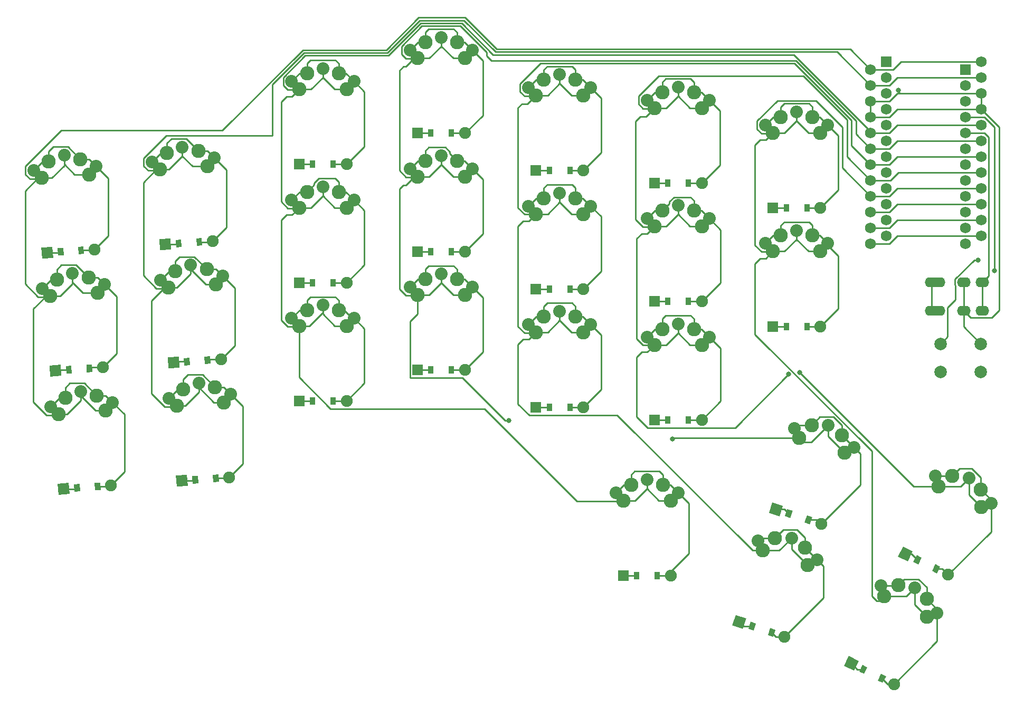
<source format=gbr>
%TF.GenerationSoftware,KiCad,Pcbnew,5.1.12-1.fc35*%
%TF.CreationDate,2022-03-13T18:33:39-07:00*%
%TF.ProjectId,jackalope_split,6a61636b-616c-46f7-9065-5f73706c6974,v1.0.0*%
%TF.SameCoordinates,Original*%
%TF.FileFunction,Copper,L1,Top*%
%TF.FilePolarity,Positive*%
%FSLAX46Y46*%
G04 Gerber Fmt 4.6, Leading zero omitted, Abs format (unit mm)*
G04 Created by KiCad (PCBNEW 5.1.12-1.fc35) date 2022-03-13 18:33:39*
%MOMM*%
%LPD*%
G01*
G04 APERTURE LIST*
%TA.AperFunction,ComponentPad*%
%ADD10C,2.000000*%
%TD*%
%TA.AperFunction,ComponentPad*%
%ADD11C,2.286000*%
%TD*%
%TA.AperFunction,ComponentPad*%
%ADD12C,2.032000*%
%TD*%
%TA.AperFunction,SMDPad,CuDef*%
%ADD13C,0.100000*%
%TD*%
%TA.AperFunction,ComponentPad*%
%ADD14C,1.905000*%
%TD*%
%TA.AperFunction,ComponentPad*%
%ADD15C,0.100000*%
%TD*%
%TA.AperFunction,SMDPad,CuDef*%
%ADD16R,0.900000X1.200000*%
%TD*%
%TA.AperFunction,ComponentPad*%
%ADD17R,1.778000X1.778000*%
%TD*%
%TA.AperFunction,ComponentPad*%
%ADD18R,1.752600X1.752600*%
%TD*%
%TA.AperFunction,ComponentPad*%
%ADD19C,1.752600*%
%TD*%
%TA.AperFunction,ComponentPad*%
%ADD20O,2.200000X1.600000*%
%TD*%
%TA.AperFunction,ViaPad*%
%ADD21C,0.800000*%
%TD*%
%TA.AperFunction,Conductor*%
%ADD22C,0.250000*%
%TD*%
G04 APERTURE END LIST*
D10*
%TO.P,RESET,1*%
%TO.N,GND*%
X144000000Y13500000D03*
%TO.P,RESET,2*%
%TO.N,N/C*%
X144000000Y9000000D03*
%TO.P,RESET,1*%
%TO.N,RST*%
X137500000Y13500000D03*
%TO.P,RESET,2*%
%TO.N,N/C*%
X137500000Y9000000D03*
%TD*%
D11*
%TO.P,S1,1*%
%TO.N,outer_bottom*%
X2179450Y5244807D03*
%TO.P,S1,2*%
%TO.N,P1*%
X-3977900Y2268041D03*
%TO.P,S1,1*%
%TO.N,outer_bottom*%
X-2888176Y4890444D03*
%TO.P,S1,2*%
%TO.N,P1*%
X3623538Y2799585D03*
%TD*%
D12*
%TO.P,S2,1*%
%TO.N,outer_bottom*%
X4722746Y4139526D03*
%TO.P,S2,2*%
%TO.N,P1*%
X-411563Y5885628D03*
%TO.P,S2,1*%
%TO.N,outer_bottom*%
X-5252895Y3441961D03*
%TO.P,S2,2*%
%TO.N,P1*%
X-411563Y5885628D03*
%TD*%
%TA.AperFunction,SMDPad,CuDef*%
D13*
%TO.P,D1,1*%
%TO.N,P9*%
G36*
X-1390344Y-10221886D02*
G01*
X-1474052Y-9024809D01*
X-576244Y-8962028D01*
X-492536Y-10159105D01*
X-1390344Y-10221886D01*
G37*
%TD.AperFunction*%
%TA.AperFunction,SMDPad,CuDef*%
%TO.P,D1,2*%
%TO.N,outer_bottom*%
G36*
X1901618Y-9991690D02*
G01*
X1817910Y-8794613D01*
X2715718Y-8731832D01*
X2799426Y-9928909D01*
X1901618Y-9991690D01*
G37*
%TD.AperFunction*%
D14*
%TO.P,D1,1*%
X4463406Y-9211087D03*
%TA.AperFunction,ComponentPad*%
D15*
%TO.P,D1,2*%
%TO.N,P9*%
G36*
X-3962853Y-10691479D02*
G01*
X-4086880Y-8917810D01*
X-2313211Y-8793783D01*
X-2189184Y-10567452D01*
X-3962853Y-10691479D01*
G37*
%TD.AperFunction*%
%TD*%
D11*
%TO.P,S3,1*%
%TO.N,outer_home*%
X854077Y24198524D03*
%TO.P,S3,2*%
%TO.N,P1*%
X-5303273Y21221758D03*
%TO.P,S3,1*%
%TO.N,outer_home*%
X-4213549Y23844161D03*
%TO.P,S3,2*%
%TO.N,P1*%
X2298165Y21753302D03*
%TD*%
D12*
%TO.P,S4,1*%
%TO.N,outer_home*%
X3397373Y23093243D03*
%TO.P,S4,2*%
%TO.N,P1*%
X-1736936Y24839345D03*
%TO.P,S4,1*%
%TO.N,outer_home*%
X-6578268Y22395678D03*
%TO.P,S4,2*%
%TO.N,P1*%
X-1736936Y24839345D03*
%TD*%
%TA.AperFunction,SMDPad,CuDef*%
D13*
%TO.P,D2,1*%
%TO.N,P8*%
G36*
X-2715718Y8731832D02*
G01*
X-2799426Y9928909D01*
X-1901618Y9991690D01*
X-1817910Y8794613D01*
X-2715718Y8731832D01*
G37*
%TD.AperFunction*%
%TA.AperFunction,SMDPad,CuDef*%
%TO.P,D2,2*%
%TO.N,outer_home*%
G36*
X576244Y8962028D02*
G01*
X492536Y10159105D01*
X1390344Y10221886D01*
X1474052Y9024809D01*
X576244Y8962028D01*
G37*
%TD.AperFunction*%
D14*
%TO.P,D2,1*%
X3138032Y9742631D03*
%TA.AperFunction,ComponentPad*%
D15*
%TO.P,D2,2*%
%TO.N,P8*%
G36*
X-5288227Y8262239D02*
G01*
X-5412254Y10035908D01*
X-3638585Y10159935D01*
X-3514558Y8386266D01*
X-5288227Y8262239D01*
G37*
%TD.AperFunction*%
%TD*%
D11*
%TO.P,S5,1*%
%TO.N,outer_top*%
X-471296Y43152241D03*
%TO.P,S5,2*%
%TO.N,P1*%
X-6628646Y40175475D03*
%TO.P,S5,1*%
%TO.N,outer_top*%
X-5538922Y42797878D03*
%TO.P,S5,2*%
%TO.N,P1*%
X972792Y40707019D03*
%TD*%
D12*
%TO.P,S6,1*%
%TO.N,outer_top*%
X2072000Y42046960D03*
%TO.P,S6,2*%
%TO.N,P1*%
X-3062309Y43793062D03*
%TO.P,S6,1*%
%TO.N,outer_top*%
X-7903641Y41349395D03*
%TO.P,S6,2*%
%TO.N,P1*%
X-3062309Y43793062D03*
%TD*%
%TA.AperFunction,SMDPad,CuDef*%
D13*
%TO.P,D3,1*%
%TO.N,P7*%
G36*
X-4041090Y27685548D02*
G01*
X-4124798Y28882625D01*
X-3226990Y28945406D01*
X-3143282Y27748329D01*
X-4041090Y27685548D01*
G37*
%TD.AperFunction*%
%TA.AperFunction,SMDPad,CuDef*%
%TO.P,D3,2*%
%TO.N,outer_top*%
G36*
X-749128Y27915744D02*
G01*
X-832836Y29112821D01*
X64972Y29175602D01*
X148680Y27978525D01*
X-749128Y27915744D01*
G37*
%TD.AperFunction*%
D14*
%TO.P,D3,1*%
X1812660Y28696347D03*
%TA.AperFunction,ComponentPad*%
D15*
%TO.P,D3,2*%
%TO.N,P7*%
G36*
X-6613599Y27215955D02*
G01*
X-6737626Y28989624D01*
X-4963957Y29113651D01*
X-4839930Y27339982D01*
X-6613599Y27215955D01*
G37*
%TD.AperFunction*%
%TD*%
D11*
%TO.P,S7,1*%
%TO.N,pinky_bottom*%
X21133167Y6570180D03*
%TO.P,S7,2*%
%TO.N,P0*%
X14975817Y3593414D03*
%TO.P,S7,1*%
%TO.N,pinky_bottom*%
X16065541Y6215817D03*
%TO.P,S7,2*%
%TO.N,P0*%
X22577255Y4124958D03*
%TD*%
D12*
%TO.P,S8,1*%
%TO.N,pinky_bottom*%
X23676463Y5464899D03*
%TO.P,S8,2*%
%TO.N,P0*%
X18542154Y7211001D03*
%TO.P,S8,1*%
%TO.N,pinky_bottom*%
X13700822Y4767334D03*
%TO.P,S8,2*%
%TO.N,P0*%
X18542154Y7211001D03*
%TD*%
%TA.AperFunction,SMDPad,CuDef*%
D13*
%TO.P,D4,1*%
%TO.N,P9*%
G36*
X17563373Y-8896513D02*
G01*
X17479665Y-7699436D01*
X18377473Y-7636655D01*
X18461181Y-8833732D01*
X17563373Y-8896513D01*
G37*
%TD.AperFunction*%
%TA.AperFunction,SMDPad,CuDef*%
%TO.P,D4,2*%
%TO.N,pinky_bottom*%
G36*
X20855335Y-8666317D02*
G01*
X20771627Y-7469240D01*
X21669435Y-7406459D01*
X21753143Y-8603536D01*
X20855335Y-8666317D01*
G37*
%TD.AperFunction*%
D14*
%TO.P,D4,1*%
X23417123Y-7885714D03*
%TA.AperFunction,ComponentPad*%
D15*
%TO.P,D4,2*%
%TO.N,P9*%
G36*
X14990864Y-9366106D02*
G01*
X14866837Y-7592437D01*
X16640506Y-7468410D01*
X16764533Y-9242079D01*
X14990864Y-9366106D01*
G37*
%TD.AperFunction*%
%TD*%
D11*
%TO.P,S9,1*%
%TO.N,pinky_home*%
X19807794Y25523897D03*
%TO.P,S9,2*%
%TO.N,P0*%
X13650444Y22547131D03*
%TO.P,S9,1*%
%TO.N,pinky_home*%
X14740168Y25169534D03*
%TO.P,S9,2*%
%TO.N,P0*%
X21251882Y23078675D03*
%TD*%
D12*
%TO.P,S10,1*%
%TO.N,pinky_home*%
X22351090Y24418616D03*
%TO.P,S10,2*%
%TO.N,P0*%
X17216781Y26164718D03*
%TO.P,S10,1*%
%TO.N,pinky_home*%
X12375449Y23721051D03*
%TO.P,S10,2*%
%TO.N,P0*%
X17216781Y26164718D03*
%TD*%
%TA.AperFunction,SMDPad,CuDef*%
D13*
%TO.P,D5,1*%
%TO.N,P8*%
G36*
X16237999Y10057205D02*
G01*
X16154291Y11254282D01*
X17052099Y11317063D01*
X17135807Y10119986D01*
X16237999Y10057205D01*
G37*
%TD.AperFunction*%
%TA.AperFunction,SMDPad,CuDef*%
%TO.P,D5,2*%
%TO.N,pinky_home*%
G36*
X19529961Y10287401D02*
G01*
X19446253Y11484478D01*
X20344061Y11547259D01*
X20427769Y10350182D01*
X19529961Y10287401D01*
G37*
%TD.AperFunction*%
D14*
%TO.P,D5,1*%
X22091749Y11068004D03*
%TA.AperFunction,ComponentPad*%
D15*
%TO.P,D5,2*%
%TO.N,P8*%
G36*
X13665490Y9587612D02*
G01*
X13541463Y11361281D01*
X15315132Y11485308D01*
X15439159Y9711639D01*
X13665490Y9587612D01*
G37*
%TD.AperFunction*%
%TD*%
D11*
%TO.P,S11,1*%
%TO.N,pinky_top*%
X18482421Y44477614D03*
%TO.P,S11,2*%
%TO.N,P0*%
X12325071Y41500848D03*
%TO.P,S11,1*%
%TO.N,pinky_top*%
X13414795Y44123251D03*
%TO.P,S11,2*%
%TO.N,P0*%
X19926509Y42032392D03*
%TD*%
D12*
%TO.P,S12,1*%
%TO.N,pinky_top*%
X21025717Y43372333D03*
%TO.P,S12,2*%
%TO.N,P0*%
X15891408Y45118435D03*
%TO.P,S12,1*%
%TO.N,pinky_top*%
X11050076Y42674768D03*
%TO.P,S12,2*%
%TO.N,P0*%
X15891408Y45118435D03*
%TD*%
%TA.AperFunction,SMDPad,CuDef*%
D13*
%TO.P,D6,1*%
%TO.N,P7*%
G36*
X14912626Y29010921D02*
G01*
X14828918Y30207998D01*
X15726726Y30270779D01*
X15810434Y29073702D01*
X14912626Y29010921D01*
G37*
%TD.AperFunction*%
%TA.AperFunction,SMDPad,CuDef*%
%TO.P,D6,2*%
%TO.N,pinky_top*%
G36*
X18204588Y29241117D02*
G01*
X18120880Y30438194D01*
X19018688Y30500975D01*
X19102396Y29303898D01*
X18204588Y29241117D01*
G37*
%TD.AperFunction*%
D14*
%TO.P,D6,1*%
X20766376Y30021720D03*
%TA.AperFunction,ComponentPad*%
D15*
%TO.P,D6,2*%
%TO.N,P7*%
G36*
X12340117Y28541328D02*
G01*
X12216090Y30314997D01*
X13989759Y30439024D01*
X14113786Y28665355D01*
X12340117Y28541328D01*
G37*
%TD.AperFunction*%
%TD*%
D11*
%TO.P,S13,1*%
%TO.N,ring_bottom*%
X40964961Y18910720D03*
%TO.P,S13,2*%
%TO.N,P2*%
X34614961Y16370720D03*
%TO.P,S13,1*%
%TO.N,ring_bottom*%
X35884961Y18910720D03*
%TO.P,S13,2*%
%TO.N,P2*%
X42234961Y16370720D03*
%TD*%
D12*
%TO.P,S14,1*%
%TO.N,ring_bottom*%
X43424961Y17630720D03*
%TO.P,S14,2*%
%TO.N,P2*%
X38424961Y19730720D03*
%TO.P,S14,1*%
%TO.N,ring_bottom*%
X33424961Y17630720D03*
%TO.P,S14,2*%
%TO.N,P2*%
X38424961Y19730720D03*
%TD*%
D16*
%TO.P,D7,1*%
%TO.N,P9*%
X36774961Y4330720D03*
%TO.P,D7,2*%
%TO.N,ring_bottom*%
X40074961Y4330720D03*
D14*
%TO.P,D7,1*%
X42234961Y4330720D03*
D17*
%TO.P,D7,2*%
%TO.N,P9*%
X34614961Y4330720D03*
%TD*%
D11*
%TO.P,S15,1*%
%TO.N,ring_home*%
X40964961Y37910720D03*
%TO.P,S15,2*%
%TO.N,P2*%
X34614961Y35370720D03*
%TO.P,S15,1*%
%TO.N,ring_home*%
X35884961Y37910720D03*
%TO.P,S15,2*%
%TO.N,P2*%
X42234961Y35370720D03*
%TD*%
D12*
%TO.P,S16,1*%
%TO.N,ring_home*%
X43424961Y36630720D03*
%TO.P,S16,2*%
%TO.N,P2*%
X38424961Y38730720D03*
%TO.P,S16,1*%
%TO.N,ring_home*%
X33424961Y36630720D03*
%TO.P,S16,2*%
%TO.N,P2*%
X38424961Y38730720D03*
%TD*%
D16*
%TO.P,D8,1*%
%TO.N,P8*%
X36774961Y23330720D03*
%TO.P,D8,2*%
%TO.N,ring_home*%
X40074961Y23330720D03*
D14*
%TO.P,D8,1*%
X42234961Y23330720D03*
D17*
%TO.P,D8,2*%
%TO.N,P8*%
X34614961Y23330720D03*
%TD*%
D11*
%TO.P,S17,1*%
%TO.N,ring_top*%
X40964961Y56910720D03*
%TO.P,S17,2*%
%TO.N,P2*%
X34614961Y54370720D03*
%TO.P,S17,1*%
%TO.N,ring_top*%
X35884961Y56910720D03*
%TO.P,S17,2*%
%TO.N,P2*%
X42234961Y54370720D03*
%TD*%
D12*
%TO.P,S18,1*%
%TO.N,ring_top*%
X43424961Y55630720D03*
%TO.P,S18,2*%
%TO.N,P2*%
X38424961Y57730720D03*
%TO.P,S18,1*%
%TO.N,ring_top*%
X33424961Y55630720D03*
%TO.P,S18,2*%
%TO.N,P2*%
X38424961Y57730720D03*
%TD*%
D16*
%TO.P,D9,1*%
%TO.N,P7*%
X36774961Y42330720D03*
%TO.P,D9,2*%
%TO.N,ring_top*%
X40074961Y42330720D03*
D14*
%TO.P,D9,1*%
X42234961Y42330720D03*
D17*
%TO.P,D9,2*%
%TO.N,P7*%
X34614961Y42330720D03*
%TD*%
D11*
%TO.P,S19,1*%
%TO.N,middle_bottom*%
X59964961Y23910720D03*
%TO.P,S19,2*%
%TO.N,P3*%
X53614961Y21370720D03*
%TO.P,S19,1*%
%TO.N,middle_bottom*%
X54884961Y23910720D03*
%TO.P,S19,2*%
%TO.N,P3*%
X61234961Y21370720D03*
%TD*%
D12*
%TO.P,S20,1*%
%TO.N,middle_bottom*%
X62424961Y22630720D03*
%TO.P,S20,2*%
%TO.N,P3*%
X57424961Y24730720D03*
%TO.P,S20,1*%
%TO.N,middle_bottom*%
X52424961Y22630720D03*
%TO.P,S20,2*%
%TO.N,P3*%
X57424961Y24730720D03*
%TD*%
D16*
%TO.P,D10,1*%
%TO.N,P9*%
X55774961Y9330720D03*
%TO.P,D10,2*%
%TO.N,middle_bottom*%
X59074961Y9330720D03*
D14*
%TO.P,D10,1*%
X61234961Y9330720D03*
D17*
%TO.P,D10,2*%
%TO.N,P9*%
X53614961Y9330720D03*
%TD*%
D11*
%TO.P,S21,1*%
%TO.N,middle_home*%
X59964961Y42910720D03*
%TO.P,S21,2*%
%TO.N,P3*%
X53614961Y40370720D03*
%TO.P,S21,1*%
%TO.N,middle_home*%
X54884961Y42910720D03*
%TO.P,S21,2*%
%TO.N,P3*%
X61234961Y40370720D03*
%TD*%
D12*
%TO.P,S22,1*%
%TO.N,middle_home*%
X62424961Y41630720D03*
%TO.P,S22,2*%
%TO.N,P3*%
X57424961Y43730720D03*
%TO.P,S22,1*%
%TO.N,middle_home*%
X52424961Y41630720D03*
%TO.P,S22,2*%
%TO.N,P3*%
X57424961Y43730720D03*
%TD*%
D16*
%TO.P,D11,1*%
%TO.N,P8*%
X55774961Y28330720D03*
%TO.P,D11,2*%
%TO.N,middle_home*%
X59074961Y28330720D03*
D14*
%TO.P,D11,1*%
X61234961Y28330720D03*
D17*
%TO.P,D11,2*%
%TO.N,P8*%
X53614961Y28330720D03*
%TD*%
D11*
%TO.P,S23,1*%
%TO.N,middle_top*%
X59964961Y61910720D03*
%TO.P,S23,2*%
%TO.N,P3*%
X53614961Y59370720D03*
%TO.P,S23,1*%
%TO.N,middle_top*%
X54884961Y61910720D03*
%TO.P,S23,2*%
%TO.N,P3*%
X61234961Y59370720D03*
%TD*%
D12*
%TO.P,S24,1*%
%TO.N,middle_top*%
X62424961Y60630720D03*
%TO.P,S24,2*%
%TO.N,P3*%
X57424961Y62730720D03*
%TO.P,S24,1*%
%TO.N,middle_top*%
X52424961Y60630720D03*
%TO.P,S24,2*%
%TO.N,P3*%
X57424961Y62730720D03*
%TD*%
D16*
%TO.P,D12,1*%
%TO.N,P7*%
X55774961Y47330720D03*
%TO.P,D12,2*%
%TO.N,middle_top*%
X59074961Y47330720D03*
D14*
%TO.P,D12,1*%
X61234961Y47330720D03*
D17*
%TO.P,D12,2*%
%TO.N,P7*%
X53614961Y47330720D03*
%TD*%
D11*
%TO.P,S25,1*%
%TO.N,index_bottom*%
X78964961Y17910720D03*
%TO.P,S25,2*%
%TO.N,P4*%
X72614961Y15370720D03*
%TO.P,S25,1*%
%TO.N,index_bottom*%
X73884961Y17910720D03*
%TO.P,S25,2*%
%TO.N,P4*%
X80234961Y15370720D03*
%TD*%
D12*
%TO.P,S26,1*%
%TO.N,index_bottom*%
X81424961Y16630720D03*
%TO.P,S26,2*%
%TO.N,P4*%
X76424961Y18730720D03*
%TO.P,S26,1*%
%TO.N,index_bottom*%
X71424961Y16630720D03*
%TO.P,S26,2*%
%TO.N,P4*%
X76424961Y18730720D03*
%TD*%
D16*
%TO.P,D13,1*%
%TO.N,P9*%
X74774961Y3330720D03*
%TO.P,D13,2*%
%TO.N,index_bottom*%
X78074961Y3330720D03*
D14*
%TO.P,D13,1*%
X80234961Y3330720D03*
D17*
%TO.P,D13,2*%
%TO.N,P9*%
X72614961Y3330720D03*
%TD*%
D11*
%TO.P,S27,1*%
%TO.N,index_home*%
X78964961Y36910720D03*
%TO.P,S27,2*%
%TO.N,P4*%
X72614961Y34370720D03*
%TO.P,S27,1*%
%TO.N,index_home*%
X73884961Y36910720D03*
%TO.P,S27,2*%
%TO.N,P4*%
X80234961Y34370720D03*
%TD*%
D12*
%TO.P,S28,1*%
%TO.N,index_home*%
X81424961Y35630720D03*
%TO.P,S28,2*%
%TO.N,P4*%
X76424961Y37730720D03*
%TO.P,S28,1*%
%TO.N,index_home*%
X71424961Y35630720D03*
%TO.P,S28,2*%
%TO.N,P4*%
X76424961Y37730720D03*
%TD*%
D16*
%TO.P,D14,1*%
%TO.N,P8*%
X74774961Y22330720D03*
%TO.P,D14,2*%
%TO.N,index_home*%
X78074961Y22330720D03*
D14*
%TO.P,D14,1*%
X80234961Y22330720D03*
D17*
%TO.P,D14,2*%
%TO.N,P8*%
X72614961Y22330720D03*
%TD*%
D11*
%TO.P,S29,1*%
%TO.N,index_top*%
X78964961Y55910720D03*
%TO.P,S29,2*%
%TO.N,P4*%
X72614961Y53370720D03*
%TO.P,S29,1*%
%TO.N,index_top*%
X73884961Y55910720D03*
%TO.P,S29,2*%
%TO.N,P4*%
X80234961Y53370720D03*
%TD*%
D12*
%TO.P,S30,1*%
%TO.N,index_top*%
X81424961Y54630720D03*
%TO.P,S30,2*%
%TO.N,P4*%
X76424961Y56730720D03*
%TO.P,S30,1*%
%TO.N,index_top*%
X71424961Y54630720D03*
%TO.P,S30,2*%
%TO.N,P4*%
X76424961Y56730720D03*
%TD*%
D16*
%TO.P,D15,1*%
%TO.N,P7*%
X74774961Y41330720D03*
%TO.P,D15,2*%
%TO.N,index_top*%
X78074961Y41330720D03*
D14*
%TO.P,D15,1*%
X80234961Y41330720D03*
D17*
%TO.P,D15,2*%
%TO.N,P7*%
X72614961Y41330720D03*
%TD*%
D11*
%TO.P,S31,1*%
%TO.N,inner_bottom*%
X97964961Y15910720D03*
%TO.P,S31,2*%
%TO.N,P5*%
X91614961Y13370720D03*
%TO.P,S31,1*%
%TO.N,inner_bottom*%
X92884961Y15910720D03*
%TO.P,S31,2*%
%TO.N,P5*%
X99234961Y13370720D03*
%TD*%
D12*
%TO.P,S32,1*%
%TO.N,inner_bottom*%
X100424961Y14630720D03*
%TO.P,S32,2*%
%TO.N,P5*%
X95424961Y16730720D03*
%TO.P,S32,1*%
%TO.N,inner_bottom*%
X90424961Y14630720D03*
%TO.P,S32,2*%
%TO.N,P5*%
X95424961Y16730720D03*
%TD*%
D16*
%TO.P,D16,1*%
%TO.N,P9*%
X93774961Y1330720D03*
%TO.P,D16,2*%
%TO.N,inner_bottom*%
X97074961Y1330720D03*
D14*
%TO.P,D16,1*%
X99234961Y1330720D03*
D17*
%TO.P,D16,2*%
%TO.N,P9*%
X91614961Y1330720D03*
%TD*%
D11*
%TO.P,S33,1*%
%TO.N,inner_home*%
X97964961Y34910720D03*
%TO.P,S33,2*%
%TO.N,P5*%
X91614961Y32370720D03*
%TO.P,S33,1*%
%TO.N,inner_home*%
X92884961Y34910720D03*
%TO.P,S33,2*%
%TO.N,P5*%
X99234961Y32370720D03*
%TD*%
D12*
%TO.P,S34,1*%
%TO.N,inner_home*%
X100424961Y33630720D03*
%TO.P,S34,2*%
%TO.N,P5*%
X95424961Y35730720D03*
%TO.P,S34,1*%
%TO.N,inner_home*%
X90424961Y33630720D03*
%TO.P,S34,2*%
%TO.N,P5*%
X95424961Y35730720D03*
%TD*%
D16*
%TO.P,D17,1*%
%TO.N,P8*%
X93774961Y20330720D03*
%TO.P,D17,2*%
%TO.N,inner_home*%
X97074961Y20330720D03*
D14*
%TO.P,D17,1*%
X99234961Y20330720D03*
D17*
%TO.P,D17,2*%
%TO.N,P8*%
X91614961Y20330720D03*
%TD*%
D11*
%TO.P,S35,1*%
%TO.N,inner_top*%
X97964961Y53910720D03*
%TO.P,S35,2*%
%TO.N,P5*%
X91614961Y51370720D03*
%TO.P,S35,1*%
%TO.N,inner_top*%
X92884961Y53910720D03*
%TO.P,S35,2*%
%TO.N,P5*%
X99234961Y51370720D03*
%TD*%
D12*
%TO.P,S36,1*%
%TO.N,inner_top*%
X100424961Y52630720D03*
%TO.P,S36,2*%
%TO.N,P5*%
X95424961Y54730720D03*
%TO.P,S36,1*%
%TO.N,inner_top*%
X90424961Y52630720D03*
%TO.P,S36,2*%
%TO.N,P5*%
X95424961Y54730720D03*
%TD*%
D16*
%TO.P,D18,1*%
%TO.N,P7*%
X93774961Y39330720D03*
%TO.P,D18,2*%
%TO.N,inner_top*%
X97074961Y39330720D03*
D14*
%TO.P,D18,1*%
X99234961Y39330720D03*
D17*
%TO.P,D18,2*%
%TO.N,P7*%
X91614961Y39330720D03*
%TD*%
D11*
%TO.P,S37,1*%
%TO.N,macro_home*%
X116964961Y30910720D03*
%TO.P,S37,2*%
%TO.N,P6*%
X110614961Y28370720D03*
%TO.P,S37,1*%
%TO.N,macro_home*%
X111884961Y30910720D03*
%TO.P,S37,2*%
%TO.N,P6*%
X118234961Y28370720D03*
%TD*%
D12*
%TO.P,S38,1*%
%TO.N,macro_home*%
X119424961Y29630720D03*
%TO.P,S38,2*%
%TO.N,P6*%
X114424961Y31730720D03*
%TO.P,S38,1*%
%TO.N,macro_home*%
X109424961Y29630720D03*
%TO.P,S38,2*%
%TO.N,P6*%
X114424961Y31730720D03*
%TD*%
D16*
%TO.P,D19,1*%
%TO.N,P8*%
X112774961Y16330720D03*
%TO.P,D19,2*%
%TO.N,macro_home*%
X116074961Y16330720D03*
D14*
%TO.P,D19,1*%
X118234961Y16330720D03*
D17*
%TO.P,D19,2*%
%TO.N,P8*%
X110614961Y16330720D03*
%TD*%
D11*
%TO.P,S39,1*%
%TO.N,macro_top*%
X116964961Y49910720D03*
%TO.P,S39,2*%
%TO.N,P6*%
X110614961Y47370720D03*
%TO.P,S39,1*%
%TO.N,macro_top*%
X111884961Y49910720D03*
%TO.P,S39,2*%
%TO.N,P6*%
X118234961Y47370720D03*
%TD*%
D12*
%TO.P,S40,1*%
%TO.N,macro_top*%
X119424961Y48630720D03*
%TO.P,S40,2*%
%TO.N,P6*%
X114424961Y50730720D03*
%TO.P,S40,1*%
%TO.N,macro_top*%
X109424961Y48630720D03*
%TO.P,S40,2*%
%TO.N,P6*%
X114424961Y50730720D03*
%TD*%
D16*
%TO.P,D20,1*%
%TO.N,P7*%
X112774961Y35330720D03*
%TO.P,D20,2*%
%TO.N,macro_top*%
X116074961Y35330720D03*
D14*
%TO.P,D20,1*%
X118234961Y35330720D03*
D17*
%TO.P,D20,2*%
%TO.N,P7*%
X110614961Y35330720D03*
%TD*%
D11*
%TO.P,S41,1*%
%TO.N,inner_upper*%
X92964961Y-9089280D03*
%TO.P,S41,2*%
%TO.N,P2*%
X86614961Y-11629280D03*
%TO.P,S41,1*%
%TO.N,inner_upper*%
X87884961Y-9089280D03*
%TO.P,S41,2*%
%TO.N,P2*%
X94234961Y-11629280D03*
%TD*%
D12*
%TO.P,S42,1*%
%TO.N,inner_upper*%
X95424961Y-10369280D03*
%TO.P,S42,2*%
%TO.N,P2*%
X90424961Y-8269280D03*
%TO.P,S42,1*%
%TO.N,inner_upper*%
X85424961Y-10369280D03*
%TO.P,S42,2*%
%TO.N,P2*%
X90424961Y-8269280D03*
%TD*%
D16*
%TO.P,D21,1*%
%TO.N,P10*%
X88774961Y-23669280D03*
%TO.P,D21,2*%
%TO.N,inner_upper*%
X92074961Y-23669280D03*
D14*
%TO.P,D21,1*%
X94234961Y-23669280D03*
D17*
%TO.P,D21,2*%
%TO.N,P10*%
X86614961Y-23669280D03*
%TD*%
D11*
%TO.P,S43,1*%
%TO.N,home_upper*%
X121660451Y-1122816D03*
%TO.P,S43,2*%
%TO.N,P3*%
X114836339Y-1576242D03*
%TO.P,S43,1*%
%TO.N,home_upper*%
X116829084Y446990D03*
%TO.P,S43,2*%
%TO.N,P3*%
X122083389Y-3930951D03*
%TD*%
D12*
%TO.P,S44,1*%
%TO.N,home_upper*%
X123604508Y-3100350D03*
%TO.P,S44,2*%
%TO.N,P3*%
X119498161Y441953D03*
%TO.P,S44,1*%
%TO.N,home_upper*%
X114093943Y-10180D03*
%TO.P,S44,2*%
%TO.N,P3*%
X119498161Y441953D03*
%TD*%
%TA.AperFunction,SMDPad,CuDef*%
D13*
%TO.P,D22,1*%
%TO.N,P10*%
G36*
X112556670Y-14126015D02*
G01*
X112927491Y-12984747D01*
X113783442Y-13262863D01*
X113412621Y-14404131D01*
X112556670Y-14126015D01*
G37*
%TD.AperFunction*%
%TA.AperFunction,SMDPad,CuDef*%
%TO.P,D22,2*%
%TO.N,home_upper*%
G36*
X115695156Y-15145771D02*
G01*
X116065977Y-14004503D01*
X116921928Y-14282619D01*
X116551107Y-15423887D01*
X115695156Y-15145771D01*
G37*
%TD.AperFunction*%
D14*
%TO.P,D22,1*%
X118362824Y-15381672D03*
%TA.AperFunction,ComponentPad*%
D15*
%TO.P,D22,2*%
%TO.N,P10*%
G36*
X109995569Y-13597735D02*
G01*
X110545001Y-11906757D01*
X112235979Y-12456189D01*
X111686547Y-14147167D01*
X109995569Y-13597735D01*
G37*
%TD.AperFunction*%
%TD*%
D11*
%TO.P,S45,1*%
%TO.N,outer_upper*%
X143987870Y-9852571D03*
%TO.P,S45,2*%
%TO.N,P5*%
X137167065Y-9351851D03*
%TO.P,S45,1*%
%TO.N,outer_upper*%
X139421997Y-7625646D03*
%TO.P,S45,2*%
%TO.N,P5*%
X144015876Y-12692239D03*
%TD*%
D12*
%TO.P,S46,1*%
%TO.N,outer_upper*%
X145637789Y-12081420D03*
%TO.P,S46,2*%
%TO.N,P5*%
X142064398Y-8002097D03*
%TO.P,S46,1*%
%TO.N,outer_upper*%
X136649848Y-7697709D03*
%TO.P,S46,2*%
%TO.N,P5*%
X142064398Y-8002097D03*
%TD*%
%TA.AperFunction,SMDPad,CuDef*%
D13*
%TO.P,D23,1*%
%TO.N,P10*%
G36*
X133162992Y-21462222D02*
G01*
X133689037Y-20383670D01*
X134497952Y-20778204D01*
X133971907Y-21856756D01*
X133162992Y-21462222D01*
G37*
%TD.AperFunction*%
%TA.AperFunction,SMDPad,CuDef*%
%TO.P,D23,2*%
%TO.N,outer_upper*%
G36*
X136129012Y-22908846D02*
G01*
X136655057Y-21830294D01*
X137463972Y-22224828D01*
X136937927Y-23303380D01*
X136129012Y-22908846D01*
G37*
%TD.AperFunction*%
D14*
%TO.P,D23,1*%
X138737887Y-23513719D03*
%TA.AperFunction,ComponentPad*%
D15*
%TO.P,D23,2*%
%TO.N,P10*%
G36*
X130700337Y-20582647D02*
G01*
X131479761Y-18984591D01*
X133077817Y-19764015D01*
X132298393Y-21362071D01*
X130700337Y-20582647D01*
G37*
%TD.AperFunction*%
%TD*%
D11*
%TO.P,S47,1*%
%TO.N,home_lower*%
X115789128Y-19192890D03*
%TO.P,S47,2*%
%TO.N,P4*%
X108965016Y-19646316D03*
%TO.P,S47,1*%
%TO.N,home_lower*%
X110957761Y-17623084D03*
%TO.P,S47,2*%
%TO.N,P4*%
X116212066Y-22001025D03*
%TD*%
D12*
%TO.P,S48,1*%
%TO.N,home_lower*%
X117733185Y-21170424D03*
%TO.P,S48,2*%
%TO.N,P4*%
X113626838Y-17628121D03*
%TO.P,S48,1*%
%TO.N,home_lower*%
X108222620Y-18080254D03*
%TO.P,S48,2*%
%TO.N,P4*%
X113626838Y-17628121D03*
%TD*%
%TA.AperFunction,SMDPad,CuDef*%
D13*
%TO.P,D24,1*%
%TO.N,P10*%
G36*
X106685347Y-32196089D02*
G01*
X107056168Y-31054821D01*
X107912119Y-31332937D01*
X107541298Y-32474205D01*
X106685347Y-32196089D01*
G37*
%TD.AperFunction*%
%TA.AperFunction,SMDPad,CuDef*%
%TO.P,D24,2*%
%TO.N,home_lower*%
G36*
X109823833Y-33215845D02*
G01*
X110194654Y-32074577D01*
X111050605Y-32352693D01*
X110679784Y-33493961D01*
X109823833Y-33215845D01*
G37*
%TD.AperFunction*%
D14*
%TO.P,D24,1*%
X112491501Y-33451746D03*
%TA.AperFunction,ComponentPad*%
D15*
%TO.P,D24,2*%
%TO.N,P10*%
G36*
X104124246Y-31667809D02*
G01*
X104673678Y-29976831D01*
X106364656Y-30526263D01*
X105815224Y-32217241D01*
X104124246Y-31667809D01*
G37*
%TD.AperFunction*%
%TD*%
D11*
%TO.P,S49,1*%
%TO.N,outer_lower*%
X135289032Y-27434747D03*
%TO.P,S49,2*%
%TO.N,P6*%
X128468227Y-26934027D03*
%TO.P,S49,1*%
%TO.N,outer_lower*%
X130723159Y-25207822D03*
%TO.P,S49,2*%
%TO.N,P6*%
X135317038Y-30274415D03*
%TD*%
D12*
%TO.P,S50,1*%
%TO.N,outer_lower*%
X136938951Y-29663596D03*
%TO.P,S50,2*%
%TO.N,P6*%
X133365560Y-25584273D03*
%TO.P,S50,1*%
%TO.N,outer_lower*%
X127951010Y-25279885D03*
%TO.P,S50,2*%
%TO.N,P6*%
X133365560Y-25584273D03*
%TD*%
%TA.AperFunction,SMDPad,CuDef*%
D13*
%TO.P,D25,1*%
%TO.N,P10*%
G36*
X124464154Y-39044398D02*
G01*
X124990199Y-37965846D01*
X125799114Y-38360380D01*
X125273069Y-39438932D01*
X124464154Y-39044398D01*
G37*
%TD.AperFunction*%
%TA.AperFunction,SMDPad,CuDef*%
%TO.P,D25,2*%
%TO.N,outer_lower*%
G36*
X127430174Y-40491022D02*
G01*
X127956219Y-39412470D01*
X128765134Y-39807004D01*
X128239089Y-40885556D01*
X127430174Y-40491022D01*
G37*
%TD.AperFunction*%
D14*
%TO.P,D25,1*%
X130039049Y-41095895D03*
%TA.AperFunction,ComponentPad*%
D15*
%TO.P,D25,2*%
%TO.N,P10*%
G36*
X122001499Y-38164823D02*
G01*
X122780923Y-36566767D01*
X124378979Y-37346191D01*
X123599555Y-38944247D01*
X122001499Y-38164823D01*
G37*
%TD.AperFunction*%
%TD*%
D18*
%TO.P,MCU1,1*%
%TO.N,RAW*%
X141544961Y57550720D03*
D19*
%TO.P,MCU1,2*%
%TO.N,GND*%
X141544961Y55010720D03*
%TO.P,MCU1,3*%
%TO.N,RST*%
X141544961Y52470720D03*
%TO.P,MCU1,4*%
%TO.N,VCC*%
X141544961Y49930720D03*
%TO.P,MCU1,5*%
%TO.N,P21*%
X141544961Y47390720D03*
%TO.P,MCU1,6*%
%TO.N,P20*%
X141544961Y44850720D03*
%TO.P,MCU1,7*%
%TO.N,P19*%
X141544961Y42310720D03*
%TO.P,MCU1,8*%
%TO.N,P18*%
X141544961Y39770720D03*
%TO.P,MCU1,9*%
%TO.N,P15*%
X141544961Y37230720D03*
%TO.P,MCU1,10*%
%TO.N,P14*%
X141544961Y34690720D03*
%TO.P,MCU1,11*%
%TO.N,P16*%
X141544961Y32150720D03*
%TO.P,MCU1,12*%
%TO.N,P10*%
X141544961Y29610720D03*
%TO.P,MCU1,13*%
%TO.N,P1*%
X126304961Y57550720D03*
%TO.P,MCU1,14*%
%TO.N,P0*%
X126304961Y55010720D03*
%TO.P,MCU1,15*%
%TO.N,GND*%
X126304961Y52470720D03*
%TO.P,MCU1,16*%
X126304961Y49930720D03*
%TO.P,MCU1,17*%
%TO.N,P2*%
X126304961Y47390720D03*
%TO.P,MCU1,18*%
%TO.N,P3*%
X126304961Y44850720D03*
%TO.P,MCU1,19*%
%TO.N,P4*%
X126304961Y42310720D03*
%TO.P,MCU1,20*%
%TO.N,P5*%
X126304961Y39770720D03*
%TO.P,MCU1,21*%
%TO.N,P6*%
X126304961Y37230720D03*
%TO.P,MCU1,22*%
%TO.N,P7*%
X126304961Y34690720D03*
%TO.P,MCU1,23*%
%TO.N,P8*%
X126304961Y32150720D03*
%TO.P,MCU1,24*%
%TO.N,P9*%
X126304961Y29610720D03*
%TD*%
D18*
%TO.P,MCU2,1*%
%TO.N,RAW*%
X128804961Y58800720D03*
D19*
%TO.P,MCU2,2*%
%TO.N,GND*%
X128804961Y56260720D03*
%TO.P,MCU2,3*%
%TO.N,RST*%
X128804961Y53720720D03*
%TO.P,MCU2,4*%
%TO.N,VCC*%
X128804961Y51180720D03*
%TO.P,MCU2,5*%
%TO.N,P21*%
X128804961Y48640720D03*
%TO.P,MCU2,6*%
%TO.N,P20*%
X128804961Y46100720D03*
%TO.P,MCU2,7*%
%TO.N,P19*%
X128804961Y43560720D03*
%TO.P,MCU2,8*%
%TO.N,P18*%
X128804961Y41020720D03*
%TO.P,MCU2,9*%
%TO.N,P15*%
X128804961Y38480720D03*
%TO.P,MCU2,10*%
%TO.N,P14*%
X128804961Y35940720D03*
%TO.P,MCU2,11*%
%TO.N,P16*%
X128804961Y33400720D03*
%TO.P,MCU2,12*%
%TO.N,P10*%
X128804961Y30860720D03*
%TO.P,MCU2,13*%
%TO.N,P1*%
X144044961Y58800720D03*
%TO.P,MCU2,14*%
%TO.N,P0*%
X144044961Y56260720D03*
%TO.P,MCU2,15*%
%TO.N,GND*%
X144044961Y53720720D03*
%TO.P,MCU2,16*%
X144044961Y51180720D03*
%TO.P,MCU2,17*%
%TO.N,P2*%
X144044961Y48640720D03*
%TO.P,MCU2,18*%
%TO.N,P3*%
X144044961Y46100720D03*
%TO.P,MCU2,19*%
%TO.N,P4*%
X144044961Y43560720D03*
%TO.P,MCU2,20*%
%TO.N,P5*%
X144044961Y41020720D03*
%TO.P,MCU2,21*%
%TO.N,P6*%
X144044961Y38480720D03*
%TO.P,MCU2,22*%
%TO.N,P7*%
X144044961Y35940720D03*
%TO.P,MCU2,23*%
%TO.N,P8*%
X144044961Y33400720D03*
%TO.P,MCU2,24*%
%TO.N,P9*%
X144044961Y30860720D03*
%TD*%
D20*
%TO.P,REF\u002A\u002A,1*%
%TO.N,VCC*%
X136124961Y18830720D03*
%TO.P,REF\u002A\u002A,2*%
X137224961Y23430720D03*
%TO.P,REF\u002A\u002A,3*%
%TO.N,GND*%
X141224961Y23430720D03*
%TO.P,REF\u002A\u002A,4*%
%TO.N,P21*%
X144224961Y23430720D03*
%TO.P,REF\u002A\u002A,1*%
%TO.N,VCC*%
X136124961Y23430720D03*
%TO.P,REF\u002A\u002A,2*%
X137224961Y18830720D03*
%TO.P,REF\u002A\u002A,3*%
%TO.N,GND*%
X141224961Y18830720D03*
%TO.P,REF\u002A\u002A,4*%
%TO.N,P21*%
X144224961Y18830720D03*
%TD*%
D21*
%TO.N,P3*%
X94500000Y-1750000D03*
X68250000Y1250000D03*
%TO.N,P5*%
X114907898Y8907898D03*
X113132593Y8632593D03*
%TO.N,GND*%
X130750000Y54250000D03*
%TO.N,RST*%
X143500000Y27000000D03*
%TO.N,VCC*%
X146174962Y25250000D03*
%TD*%
D22*
%TO.N,outer_bottom*%
X4312732Y-9361761D02*
X4463406Y-9211087D01*
X2308668Y-9361761D02*
X4312732Y-9361761D01*
X-3804412Y4890444D02*
X-2888176Y4890444D01*
X-5252895Y3441961D02*
X-3804412Y4890444D01*
X197628Y7226629D02*
X2179450Y5244807D01*
X-2168437Y7226629D02*
X197628Y7226629D01*
X-2888176Y6506890D02*
X-2168437Y7226629D01*
X-2888176Y4890444D02*
X-2888176Y6506890D01*
X3617465Y5244807D02*
X4722746Y4139526D01*
X2179450Y5244807D02*
X3617465Y5244807D01*
X6662503Y-7011990D02*
X4463406Y-9211087D01*
X6662503Y2199769D02*
X6662503Y-7011990D01*
X4722746Y4139526D02*
X6662503Y2199769D01*
%TO.N,P1*%
X-3062309Y42125366D02*
X-3062309Y43793062D01*
X-5012200Y40175475D02*
X-3062309Y42125366D01*
X-6628646Y40175475D02*
X-5012200Y40175475D01*
X-1413106Y40707019D02*
X972792Y40707019D01*
X-3062309Y42356222D02*
X-1413106Y40707019D01*
X-3062309Y43793062D02*
X-3062309Y42356222D01*
X-1736936Y23171649D02*
X-1736936Y24839345D01*
X-3686827Y21221758D02*
X-1736936Y23171649D01*
X-5303273Y21221758D02*
X-3686827Y21221758D01*
X-87733Y21753302D02*
X2298165Y21753302D01*
X-1736936Y23402505D02*
X-87733Y21753302D01*
X-1736936Y24839345D02*
X-1736936Y23402505D01*
X-411563Y5218240D02*
X-411563Y5885628D01*
X2007092Y2799585D02*
X-411563Y5218240D01*
X3623538Y2799585D02*
X2007092Y2799585D01*
X-2592310Y2268041D02*
X-3977900Y2268041D01*
X-411563Y4448788D02*
X-2592310Y2268041D01*
X-411563Y5885628D02*
X-411563Y4448788D01*
X-7221949Y21054677D02*
X-5470354Y21054677D01*
X-9313249Y23145977D02*
X-7221949Y21054677D01*
X-9313249Y38088206D02*
X-9313249Y23145977D01*
X-5470354Y21054677D02*
X-5303273Y21221758D01*
X-7225980Y40175475D02*
X-9313249Y38088206D01*
X-6628646Y40175475D02*
X-7225980Y40175475D01*
X-4144981Y2100960D02*
X-3977900Y2268041D01*
X-7987876Y4192260D02*
X-5896576Y2100960D01*
X-7987876Y19134489D02*
X-7987876Y4192260D01*
X-5896576Y2100960D02*
X-4144981Y2100960D01*
X-5900607Y21221758D02*
X-7987876Y19134489D01*
X-5303273Y21221758D02*
X-5900607Y21221758D01*
X-9244642Y41993076D02*
X-3487718Y47750000D01*
X-9244642Y40705714D02*
X-9244642Y41993076D01*
X-8547322Y40008394D02*
X-9244642Y40705714D01*
X-6795727Y40008394D02*
X-8547322Y40008394D01*
X-6628646Y40175475D02*
X-6795727Y40008394D01*
X123028888Y60826793D02*
X126304961Y57550720D01*
X66309617Y60826793D02*
X123028888Y60826793D01*
X61264652Y65871758D02*
X66309617Y60826793D01*
X53772090Y65871759D02*
X61264652Y65871758D01*
X48600987Y60700658D02*
X53772090Y65871759D01*
X35237397Y60700658D02*
X48600987Y60700658D01*
X22286739Y47750000D02*
X35237397Y60700658D01*
X-3487718Y47750000D02*
X22286739Y47750000D01*
X129892563Y57550720D02*
X126304961Y57550720D01*
X131142563Y58800720D02*
X129892563Y57550720D01*
X144044961Y58800720D02*
X131142563Y58800720D01*
%TO.N,P9*%
X-1133968Y-9742631D02*
X-983294Y-9591957D01*
X-3138032Y-9742631D02*
X-1133968Y-9742631D01*
X17819749Y-8417258D02*
X17970423Y-8266584D01*
X15815685Y-8417258D02*
X17819749Y-8417258D01*
X34614961Y4330720D02*
X36774961Y4330720D01*
X53614961Y9330720D02*
X55774961Y9330720D01*
X72614961Y3330720D02*
X74774961Y3330720D01*
X93774961Y1330720D02*
X91614961Y1330720D01*
X129332887Y29610720D02*
X126304961Y29610720D01*
X130582887Y30860720D02*
X129332887Y29610720D01*
X144044961Y30860720D02*
X130582887Y30860720D01*
%TO.N,outer_home*%
X1133968Y9742631D02*
X983294Y9591957D01*
X3138032Y9742631D02*
X1133968Y9742631D01*
X-5129785Y23844161D02*
X-4213549Y23844161D01*
X-6578268Y22395678D02*
X-5129785Y23844161D01*
X-1127745Y26180346D02*
X854077Y24198524D01*
X-3493810Y26180346D02*
X-1127745Y26180346D01*
X-4213549Y25460607D02*
X-3493810Y26180346D01*
X-4213549Y23844161D02*
X-4213549Y25460607D01*
X2292092Y24198524D02*
X3397373Y23093243D01*
X854077Y24198524D02*
X2292092Y24198524D01*
X5337130Y11941729D02*
X3138032Y9742631D01*
X5337130Y21153486D02*
X5337130Y11941729D01*
X3397373Y23093243D02*
X5337130Y21153486D01*
%TO.N,P8*%
X-4312732Y9361761D02*
X-4463406Y9211087D01*
X-2308668Y9361761D02*
X-4312732Y9361761D01*
X14640985Y10687134D02*
X14490311Y10536460D01*
X16645049Y10687134D02*
X14640985Y10687134D01*
X34614961Y23330720D02*
X36774961Y23330720D01*
X53614961Y28330720D02*
X55774961Y28330720D01*
X74774961Y22330720D02*
X72614961Y22330720D01*
X93774961Y20330720D02*
X91614961Y20330720D01*
X110614961Y16330720D02*
X112774961Y16330720D01*
X129332887Y32150720D02*
X126304961Y32150720D01*
X130582887Y33400720D02*
X129332887Y32150720D01*
X144044961Y33400720D02*
X130582887Y33400720D01*
%TO.N,outer_top*%
X1661986Y28545673D02*
X1812660Y28696347D01*
X-342078Y28545673D02*
X1661986Y28545673D01*
X-6455158Y42797878D02*
X-5538922Y42797878D01*
X-7903641Y41349395D02*
X-6455158Y42797878D01*
X966719Y43152241D02*
X2072000Y42046960D01*
X-471296Y43152241D02*
X966719Y43152241D01*
X-5538922Y44414324D02*
X-5538922Y42797878D01*
X-4819183Y45134063D02*
X-5538922Y44414324D01*
X-2453118Y45134063D02*
X-4819183Y45134063D01*
X-471296Y43152241D02*
X-2453118Y45134063D01*
X4011757Y30895444D02*
X1812660Y28696347D01*
X4011757Y40107203D02*
X4011757Y30895444D01*
X2072000Y42046960D02*
X4011757Y40107203D01*
%TO.N,P7*%
X-3784714Y28164803D02*
X-3634040Y28315477D01*
X-5788778Y28164803D02*
X-3784714Y28164803D01*
X15169002Y29490176D02*
X15319676Y29640850D01*
X13164938Y29490176D02*
X15169002Y29490176D01*
X34614961Y42330720D02*
X36774961Y42330720D01*
X53614961Y47330720D02*
X55774961Y47330720D01*
X72614961Y41330720D02*
X74774961Y41330720D01*
X91614961Y39330720D02*
X93774961Y39330720D01*
X110614961Y35330720D02*
X112774961Y35330720D01*
X129332887Y34690720D02*
X126304961Y34690720D01*
X130582887Y35940720D02*
X129332887Y34690720D01*
X144044961Y35940720D02*
X130582887Y35940720D01*
%TO.N,pinky_bottom*%
X23266449Y-8036388D02*
X23417123Y-7885714D01*
X21262385Y-8036388D02*
X23266449Y-8036388D01*
X15149305Y6215817D02*
X16065541Y6215817D01*
X13700822Y4767334D02*
X15149305Y6215817D01*
X16785280Y8552002D02*
X19151345Y8552002D01*
X16065541Y7832263D02*
X16785280Y8552002D01*
X19151345Y8552002D02*
X21133167Y6570180D01*
X16065541Y6215817D02*
X16065541Y7832263D01*
X22571182Y6570180D02*
X23676463Y5464899D01*
X21133167Y6570180D02*
X22571182Y6570180D01*
X25616220Y-5686617D02*
X23417123Y-7885714D01*
X25616220Y3525142D02*
X25616220Y-5686617D01*
X23676463Y5464899D02*
X25616220Y3525142D01*
%TO.N,P0*%
X13710661Y41500848D02*
X12325071Y41500848D01*
X15891408Y43681595D02*
X13710661Y41500848D01*
X17540611Y42032392D02*
X19926509Y42032392D01*
X15891408Y43681595D02*
X17540611Y42032392D01*
X15891408Y45118435D02*
X15891408Y43681595D01*
X15036034Y22547131D02*
X13650444Y22547131D01*
X17216781Y24727878D02*
X15036034Y22547131D01*
X17216781Y26164718D02*
X17216781Y24727878D01*
X17216781Y25497330D02*
X17216781Y26164718D01*
X19635436Y23078675D02*
X17216781Y25497330D01*
X21251882Y23078675D02*
X19635436Y23078675D01*
X13483363Y22380050D02*
X13650444Y22547131D01*
X11731768Y22380050D02*
X13483363Y22380050D01*
X9640468Y39413579D02*
X9640468Y24471350D01*
X11727737Y41500848D02*
X9640468Y39413579D01*
X9640468Y24471350D02*
X11731768Y22380050D01*
X12325071Y41500848D02*
X11727737Y41500848D01*
X18542154Y6543613D02*
X18542154Y7211001D01*
X20960809Y4124958D02*
X18542154Y6543613D01*
X22577255Y4124958D02*
X20960809Y4124958D01*
X16361407Y3593414D02*
X14975817Y3593414D01*
X18542154Y5774161D02*
X16361407Y3593414D01*
X18542154Y7211001D02*
X18542154Y5774161D01*
X10965841Y20459862D02*
X13053110Y22547131D01*
X10965841Y5517633D02*
X10965841Y20459862D01*
X13053110Y22547131D02*
X13650444Y22547131D01*
X13057141Y3426333D02*
X10965841Y5517633D01*
X14808736Y3426333D02*
X13057141Y3426333D01*
X14975817Y3593414D02*
X14808736Y3426333D01*
X9709075Y43318449D02*
X13300071Y46909445D01*
X9709075Y42031087D02*
X9709075Y43318449D01*
X13300071Y46909445D02*
X30340555Y46909445D01*
X10406395Y41333767D02*
X9709075Y42031087D01*
X12157990Y41333767D02*
X10406395Y41333767D01*
X12325071Y41500848D02*
X12157990Y41333767D01*
X30340555Y55167406D02*
X35423797Y60250648D01*
X30340555Y46909445D02*
X30340555Y55167406D01*
X53958490Y65421749D02*
X61078251Y65421749D01*
X48787387Y60250648D02*
X53958490Y65421749D01*
X35423797Y60250648D02*
X48787387Y60250648D01*
X66123217Y60376783D02*
X120938898Y60376783D01*
X120938898Y60376783D02*
X126304961Y55010720D01*
X61078251Y65421749D02*
X66123217Y60376783D01*
X129332887Y55010720D02*
X126304961Y55010720D01*
X130582887Y56260720D02*
X129332887Y55010720D01*
X144044961Y56260720D02*
X130582887Y56260720D01*
%TO.N,pinky_home*%
X20087685Y11068004D02*
X19937011Y10917330D01*
X22091749Y11068004D02*
X20087685Y11068004D01*
X17825972Y27505719D02*
X19807794Y25523897D01*
X15459907Y27505719D02*
X17825972Y27505719D01*
X14740168Y26785980D02*
X15459907Y27505719D01*
X14740168Y25169534D02*
X14740168Y26785980D01*
X13823932Y25169534D02*
X12375449Y23721051D01*
X14740168Y25169534D02*
X13823932Y25169534D01*
X21245809Y25523897D02*
X22351090Y24418616D01*
X19807794Y25523897D02*
X21245809Y25523897D01*
X24290847Y13267102D02*
X22091749Y11068004D01*
X24290847Y22478859D02*
X24290847Y13267102D01*
X22351090Y24418616D02*
X24290847Y22478859D01*
%TO.N,pinky_top*%
X20615702Y29871046D02*
X20766376Y30021720D01*
X18611638Y29871046D02*
X20615702Y29871046D01*
X19920436Y44477614D02*
X21025717Y43372333D01*
X18482421Y44477614D02*
X19920436Y44477614D01*
X12498559Y44123251D02*
X11050076Y42674768D01*
X13414795Y44123251D02*
X12498559Y44123251D01*
X16500599Y46459436D02*
X18482421Y44477614D01*
X14134534Y46459436D02*
X16500599Y46459436D01*
X13414795Y45739697D02*
X14134534Y46459436D01*
X13414795Y44123251D02*
X13414795Y45739697D01*
X22965474Y32220818D02*
X20766376Y30021720D01*
X22965474Y41432576D02*
X22965474Y32220818D01*
X21025717Y43372333D02*
X22965474Y41432576D01*
%TO.N,ring_bottom*%
X40074961Y4330720D02*
X42234961Y4330720D01*
X41867603Y18910720D02*
X40964961Y18910720D01*
X43147603Y17630720D02*
X41867603Y18910720D01*
X43424961Y17630720D02*
X43147603Y17630720D01*
X40420406Y21071721D02*
X40964961Y20527166D01*
X36429516Y21071721D02*
X40420406Y21071721D01*
X35884961Y20527166D02*
X36429516Y21071721D01*
X40964961Y20527166D02*
X40964961Y18910720D01*
X35884961Y18910720D02*
X35884961Y20527166D01*
X34704961Y18910720D02*
X33424961Y17630720D01*
X35884961Y18910720D02*
X34704961Y18910720D01*
X45100862Y7196621D02*
X42234961Y4330720D01*
X45100862Y15954819D02*
X45100862Y7196621D01*
X43424961Y17630720D02*
X45100862Y15954819D01*
%TO.N,P2*%
X36501801Y54370720D02*
X34614961Y54370720D01*
X38424961Y56293880D02*
X36501801Y54370720D01*
X40348121Y54370720D02*
X42234961Y54370720D01*
X38424961Y56293880D02*
X40348121Y54370720D01*
X38424961Y57730720D02*
X38424961Y56293880D01*
X36501801Y35370720D02*
X34614961Y35370720D01*
X38424961Y37293880D02*
X36501801Y35370720D01*
X40348121Y35370720D02*
X42234961Y35370720D01*
X38424961Y37293880D02*
X40348121Y35370720D01*
X38424961Y38730720D02*
X38424961Y37293880D01*
X38424961Y18564274D02*
X38424961Y19730720D01*
X36231407Y16370720D02*
X38424961Y18564274D01*
X34614961Y16370720D02*
X36231407Y16370720D01*
X40348121Y16370720D02*
X42234961Y16370720D01*
X38424961Y18293880D02*
X40348121Y16370720D01*
X38424961Y19730720D02*
X38424961Y18293880D01*
X32781280Y35289719D02*
X34533960Y35289719D01*
X31749060Y52395153D02*
X31749060Y36321939D01*
X32581628Y53227721D02*
X31749060Y52395153D01*
X34533960Y35289719D02*
X34614961Y35370720D01*
X33471962Y53227721D02*
X32581628Y53227721D01*
X31749060Y36321939D02*
X32781280Y35289719D01*
X34614961Y54370720D02*
X33471962Y53227721D01*
X34533960Y16289719D02*
X34614961Y16370720D01*
X32781280Y16289719D02*
X34533960Y16289719D01*
X31749060Y17321939D02*
X32781280Y16289719D01*
X31749060Y33395153D02*
X31749060Y17321939D01*
X32581628Y34227721D02*
X31749060Y33395153D01*
X33471962Y34227721D02*
X32581628Y34227721D01*
X34614961Y35370720D02*
X33471962Y34227721D01*
X92348121Y-11629280D02*
X94234961Y-11629280D01*
X90424961Y-9706120D02*
X92348121Y-11629280D01*
X88501801Y-11629280D02*
X86614961Y-11629280D01*
X90424961Y-9706120D02*
X88501801Y-11629280D01*
X90424961Y-8269280D02*
X90424961Y-9706120D01*
X126304961Y47604269D02*
X126304961Y47390720D01*
X113982457Y59926773D02*
X126304961Y47604269D01*
X65750000Y59926773D02*
X113982457Y59926773D01*
X48973787Y59800638D02*
X54144889Y64971740D01*
X35610197Y59800638D02*
X48973787Y59800638D01*
X32083960Y56274401D02*
X35610197Y59800638D01*
X54144889Y64971740D02*
X60705034Y64971739D01*
X32083960Y54987039D02*
X32083960Y56274401D01*
X60705034Y64971739D02*
X65750000Y59926773D01*
X34533960Y54289719D02*
X32781280Y54289719D01*
X32781280Y54289719D02*
X32083960Y54987039D01*
X34614961Y54370720D02*
X34533960Y54289719D01*
X34614961Y8125722D02*
X34614961Y16370720D01*
X39687464Y3053219D02*
X34614961Y8125722D01*
X64395423Y3053219D02*
X39687464Y3053219D01*
X79158923Y-11710281D02*
X64395423Y3053219D01*
X86533960Y-11710281D02*
X79158923Y-11710281D01*
X86614961Y-11629280D02*
X86533960Y-11710281D01*
X129332887Y47390720D02*
X126304961Y47390720D01*
X130582887Y48640720D02*
X129332887Y47390720D01*
X144044961Y48640720D02*
X130582887Y48640720D01*
%TO.N,ring_home*%
X40074961Y23330720D02*
X42234961Y23330720D01*
X34704961Y37910720D02*
X35884961Y37910720D01*
X33424961Y36630720D02*
X34704961Y37910720D01*
X40964961Y39527166D02*
X40964961Y37910720D01*
X40420406Y40071721D02*
X40964961Y39527166D01*
X37781280Y40071721D02*
X40420406Y40071721D01*
X37027960Y39318401D02*
X37781280Y40071721D01*
X37027960Y39053719D02*
X37027960Y39318401D01*
X35884961Y37910720D02*
X37027960Y39053719D01*
X42144961Y37910720D02*
X43424961Y36630720D01*
X40964961Y37910720D02*
X42144961Y37910720D01*
X45100862Y26196621D02*
X42234961Y23330720D01*
X45100862Y34954819D02*
X45100862Y26196621D01*
X43424961Y36630720D02*
X45100862Y34954819D01*
%TO.N,ring_top*%
X40074961Y42330720D02*
X42234961Y42330720D01*
X35884961Y58527166D02*
X35884961Y56910720D01*
X36429516Y59071721D02*
X35884961Y58527166D01*
X40420406Y59071721D02*
X36429516Y59071721D01*
X40964961Y58527166D02*
X40420406Y59071721D01*
X40964961Y56910720D02*
X40964961Y58527166D01*
X34704961Y56910720D02*
X33424961Y55630720D01*
X35884961Y56910720D02*
X34704961Y56910720D01*
X42144961Y56910720D02*
X43424961Y55630720D01*
X40964961Y56910720D02*
X42144961Y56910720D01*
X45100862Y45196621D02*
X42234961Y42330720D01*
X45100862Y53954819D02*
X45100862Y45196621D01*
X43424961Y55630720D02*
X45100862Y53954819D01*
%TO.N,middle_bottom*%
X59074961Y9330720D02*
X61234961Y9330720D01*
X61144961Y23910720D02*
X62424961Y22630720D01*
X59964961Y23910720D02*
X61144961Y23910720D01*
X54884961Y25527166D02*
X54884961Y23910720D01*
X55429516Y26071721D02*
X54884961Y25527166D01*
X59420406Y26071721D02*
X55429516Y26071721D01*
X59964961Y25527166D02*
X59420406Y26071721D01*
X59964961Y23910720D02*
X59964961Y25527166D01*
X53704961Y23910720D02*
X52424961Y22630720D01*
X54884961Y23910720D02*
X53704961Y23910720D01*
X64100862Y12196621D02*
X61234961Y9330720D01*
X64100862Y20954819D02*
X64100862Y12196621D01*
X62424961Y22630720D02*
X64100862Y20954819D01*
%TO.N,P3*%
X57424961Y61293880D02*
X55501801Y59370720D01*
X55501801Y59370720D02*
X53614961Y59370720D01*
X59348121Y59370720D02*
X61234961Y59370720D01*
X57424961Y61293880D02*
X59348121Y59370720D01*
X57424961Y62730720D02*
X57424961Y61293880D01*
X55501801Y40370720D02*
X53614961Y40370720D01*
X57424961Y42293880D02*
X55501801Y40370720D01*
X59348121Y40370720D02*
X61234961Y40370720D01*
X57424961Y42293880D02*
X59348121Y40370720D01*
X57424961Y43730720D02*
X57424961Y42293880D01*
X51781280Y40289719D02*
X53533960Y40289719D01*
X53533960Y40289719D02*
X53614961Y40370720D01*
X50749060Y41321939D02*
X51781280Y40289719D01*
X50749060Y57395153D02*
X50749060Y41321939D01*
X51360528Y58006621D02*
X50749060Y57395153D01*
X51785544Y58006621D02*
X51360528Y58006621D01*
X53149643Y59370720D02*
X51785544Y58006621D01*
X53614961Y59370720D02*
X53149643Y59370720D01*
X55501801Y21370720D02*
X53614961Y21370720D01*
X57424961Y23293880D02*
X55501801Y21370720D01*
X59348121Y21370720D02*
X61234961Y21370720D01*
X57424961Y23293880D02*
X59348121Y21370720D01*
X57424961Y24730720D02*
X57424961Y23293880D01*
X53533960Y21289719D02*
X53614961Y21370720D01*
X51781280Y21289719D02*
X53533960Y21289719D01*
X50749060Y38395153D02*
X50749060Y22321939D01*
X50749060Y22321939D02*
X51781280Y21289719D01*
X51360528Y39006621D02*
X50749060Y38395153D01*
X51785544Y39006621D02*
X51360528Y39006621D01*
X53149643Y40370720D02*
X51785544Y39006621D01*
X53614961Y40370720D02*
X53149643Y40370720D01*
X119498161Y-1345723D02*
X122083389Y-3930951D01*
X119498161Y441953D02*
X119498161Y-1345723D01*
X119498161Y441953D02*
X116806208Y-2250000D01*
X115510097Y-2250000D02*
X114836339Y-1576242D01*
X116806208Y-2250000D02*
X115510097Y-2250000D01*
X54331289Y64521730D02*
X60518633Y64521730D01*
X51083960Y61274401D02*
X54331289Y64521730D01*
X51781280Y59289719D02*
X51083960Y59987039D01*
X53533960Y59289719D02*
X51781280Y59289719D01*
X51083960Y59987039D02*
X51083960Y61274401D01*
X53614961Y59370720D02*
X53533960Y59289719D01*
X114301080Y58971740D02*
X124000000Y49272820D01*
X124000000Y47155681D02*
X126304961Y44850720D01*
X124000000Y49272820D02*
X124000000Y47155681D01*
X60518633Y64521730D02*
X64750000Y60290363D01*
X65471740Y58971740D02*
X114301080Y58971740D01*
X64750000Y59693480D02*
X65471740Y58971740D01*
X64750000Y60290363D02*
X64750000Y59693480D01*
X94673758Y-1576242D02*
X94500000Y-1750000D01*
X114836339Y-1576242D02*
X94673758Y-1576242D01*
X53614961Y18360386D02*
X53614961Y21370720D01*
X52400960Y17146385D02*
X53614961Y18360386D01*
X52465960Y8116719D02*
X52400960Y8181719D01*
X60817596Y8116719D02*
X52465960Y8116719D01*
X52400960Y8181719D02*
X52400960Y17146385D01*
X67684315Y1250000D02*
X60817596Y8116719D01*
X68250000Y1250000D02*
X67684315Y1250000D01*
X129332887Y44850720D02*
X126304961Y44850720D01*
X130582887Y46100720D02*
X129332887Y44850720D01*
X144044961Y46100720D02*
X130582887Y46100720D01*
%TO.N,middle_home*%
X59074961Y28330720D02*
X61234961Y28330720D01*
X61144961Y42910720D02*
X59964961Y42910720D01*
X62424961Y41630720D02*
X61144961Y42910720D01*
X54884961Y44527166D02*
X54884961Y42910720D01*
X58068642Y45071721D02*
X55429516Y45071721D01*
X58821962Y44318401D02*
X58068642Y45071721D01*
X58821962Y44053719D02*
X58821962Y44318401D01*
X55429516Y45071721D02*
X54884961Y44527166D01*
X59964961Y42910720D02*
X58821962Y44053719D01*
X53704961Y42910720D02*
X52424961Y41630720D01*
X54884961Y42910720D02*
X53704961Y42910720D01*
X64100862Y31196621D02*
X61234961Y28330720D01*
X64100862Y39954819D02*
X64100862Y31196621D01*
X62424961Y41630720D02*
X64100862Y39954819D01*
%TO.N,middle_top*%
X59074961Y47330720D02*
X61234961Y47330720D01*
X53704961Y61910720D02*
X54884961Y61910720D01*
X52424961Y60630720D02*
X53704961Y61910720D01*
X59964961Y63527166D02*
X59964961Y61910720D01*
X55429516Y64071721D02*
X59420406Y64071721D01*
X54884961Y63527166D02*
X55429516Y64071721D01*
X59420406Y64071721D02*
X59964961Y63527166D01*
X54884961Y61910720D02*
X54884961Y63527166D01*
X61144961Y61910720D02*
X62424961Y60630720D01*
X59964961Y61910720D02*
X61144961Y61910720D01*
X64100862Y50196621D02*
X61234961Y47330720D01*
X64100862Y58954819D02*
X64100862Y50196621D01*
X62424961Y60630720D02*
X64100862Y58954819D01*
%TO.N,index_bottom*%
X78074961Y3330720D02*
X80234961Y3330720D01*
X80144961Y17910720D02*
X81424961Y16630720D01*
X78964961Y17910720D02*
X80144961Y17910720D01*
X73884961Y19527166D02*
X73884961Y17910720D01*
X78420406Y20071721D02*
X74429516Y20071721D01*
X78964961Y19527166D02*
X78420406Y20071721D01*
X74429516Y20071721D02*
X73884961Y19527166D01*
X78964961Y17910720D02*
X78964961Y19527166D01*
X72704961Y17910720D02*
X71424961Y16630720D01*
X73884961Y17910720D02*
X72704961Y17910720D01*
X83100862Y6196621D02*
X80234961Y3330720D01*
X83100862Y14954819D02*
X83100862Y6196621D01*
X81424961Y16630720D02*
X83100862Y14954819D01*
%TO.N,P4*%
X74501801Y53370720D02*
X72614961Y53370720D01*
X76424961Y55293880D02*
X74501801Y53370720D01*
X78348121Y53370720D02*
X80234961Y53370720D01*
X76424961Y55293880D02*
X78348121Y53370720D01*
X76424961Y56730720D02*
X76424961Y55293880D01*
X74501801Y34370720D02*
X72614961Y34370720D01*
X76424961Y36293880D02*
X74501801Y34370720D01*
X78348121Y34370720D02*
X80234961Y34370720D01*
X76424961Y36293880D02*
X78348121Y34370720D01*
X76424961Y37730720D02*
X76424961Y36293880D01*
X74501801Y15370720D02*
X72614961Y15370720D01*
X76424961Y17293880D02*
X74501801Y15370720D01*
X78348121Y15370720D02*
X80234961Y15370720D01*
X76424961Y17293880D02*
X78348121Y15370720D01*
X76424961Y18730720D02*
X76424961Y17293880D01*
X72533960Y34289719D02*
X72614961Y34370720D01*
X69749060Y35321939D02*
X70781280Y34289719D01*
X69749060Y51395153D02*
X69749060Y35321939D01*
X70781280Y34289719D02*
X72533960Y34289719D01*
X70360528Y52006621D02*
X69749060Y51395153D01*
X71250862Y52006621D02*
X70360528Y52006621D01*
X72614961Y53370720D02*
X71250862Y52006621D01*
X70781280Y15289719D02*
X72533960Y15289719D01*
X69749060Y16321939D02*
X70781280Y15289719D01*
X69749060Y32395153D02*
X69749060Y16321939D01*
X71471962Y33227721D02*
X70581628Y33227721D01*
X72533960Y15289719D02*
X72614961Y15370720D01*
X70581628Y33227721D02*
X69749060Y32395153D01*
X72614961Y34370720D02*
X71471962Y33227721D01*
X111608643Y-19646316D02*
X113626838Y-17628121D01*
X108965016Y-19646316D02*
X111608643Y-19646316D01*
X113626838Y-19415797D02*
X116212066Y-22001025D01*
X113626838Y-17628121D02*
X113626838Y-19415797D01*
X114114679Y58521731D02*
X123250000Y49386410D01*
X73331290Y58521731D02*
X114114679Y58521731D01*
X70083960Y55274401D02*
X73331290Y58521731D01*
X70083960Y53987039D02*
X70083960Y55274401D01*
X70781280Y53289719D02*
X70083960Y53987039D01*
X72533960Y53289719D02*
X70781280Y53289719D01*
X72614961Y53370720D02*
X72533960Y53289719D01*
X123250000Y45365681D02*
X126304961Y42310720D01*
X123250000Y49386410D02*
X123250000Y45365681D01*
X71471962Y14227721D02*
X72614961Y15370720D01*
X69749060Y13395153D02*
X70581628Y14227721D01*
X69749060Y3833619D02*
X69749060Y13395153D01*
X71529460Y2053219D02*
X69749060Y3833619D01*
X85649035Y2053219D02*
X71529460Y2053219D01*
X107348570Y-19646316D02*
X85649035Y2053219D01*
X70581628Y14227721D02*
X71471962Y14227721D01*
X108965016Y-19646316D02*
X107348570Y-19646316D01*
X129332887Y42310720D02*
X126304961Y42310720D01*
X130582887Y43560720D02*
X129332887Y42310720D01*
X144044961Y43560720D02*
X130582887Y43560720D01*
%TO.N,index_home*%
X80234961Y22330720D02*
X78074961Y22330720D01*
X80144961Y36910720D02*
X81424961Y35630720D01*
X78964961Y36910720D02*
X80144961Y36910720D01*
X72704961Y36910720D02*
X71424961Y35630720D01*
X73884961Y36910720D02*
X72704961Y36910720D01*
X78964961Y38527166D02*
X78964961Y36910720D01*
X74429516Y39071721D02*
X78420406Y39071721D01*
X73884961Y38527166D02*
X74429516Y39071721D01*
X78420406Y39071721D02*
X78964961Y38527166D01*
X73884961Y36910720D02*
X73884961Y38527166D01*
X83100862Y25196621D02*
X80234961Y22330720D01*
X83100862Y33954819D02*
X83100862Y25196621D01*
X81424961Y35630720D02*
X83100862Y33954819D01*
%TO.N,index_top*%
X78074961Y41330720D02*
X80234961Y41330720D01*
X78964961Y57527166D02*
X78964961Y55910720D01*
X78420406Y58071721D02*
X78964961Y57527166D01*
X73884961Y57527166D02*
X74429516Y58071721D01*
X74429516Y58071721D02*
X78420406Y58071721D01*
X73884961Y55910720D02*
X73884961Y57527166D01*
X80144961Y55910720D02*
X81424961Y54630720D01*
X78964961Y55910720D02*
X80144961Y55910720D01*
X72704961Y55910720D02*
X71424961Y54630720D01*
X73884961Y55910720D02*
X72704961Y55910720D01*
X83100862Y44196621D02*
X80234961Y41330720D01*
X83100862Y52954819D02*
X83100862Y44196621D01*
X81424961Y54630720D02*
X83100862Y52954819D01*
%TO.N,inner_bottom*%
X99234961Y1330720D02*
X97074961Y1330720D01*
X91704961Y15910720D02*
X92884961Y15910720D01*
X90424961Y14630720D02*
X91704961Y15910720D01*
X97964961Y17527166D02*
X97964961Y15910720D01*
X93429516Y18071721D02*
X97420406Y18071721D01*
X97420406Y18071721D02*
X97964961Y17527166D01*
X92884961Y17527166D02*
X93429516Y18071721D01*
X92884961Y15910720D02*
X92884961Y17527166D01*
X99144961Y15910720D02*
X100424961Y14630720D01*
X97964961Y15910720D02*
X99144961Y15910720D01*
X100424961Y14630720D02*
X102250000Y12805681D01*
X102250000Y4345759D02*
X99234961Y1330720D01*
X102250000Y12805681D02*
X102250000Y4345759D01*
%TO.N,P5*%
X93501801Y51370720D02*
X91614961Y51370720D01*
X95424961Y53293880D02*
X93501801Y51370720D01*
X97348121Y51370720D02*
X99234961Y51370720D01*
X95424961Y53293880D02*
X97348121Y51370720D01*
X95424961Y54730720D02*
X95424961Y53293880D01*
X97348121Y32370720D02*
X99234961Y32370720D01*
X95424961Y34293880D02*
X97348121Y32370720D01*
X93501801Y32370720D02*
X91614961Y32370720D01*
X95424961Y34293880D02*
X93501801Y32370720D01*
X95424961Y35730720D02*
X95424961Y34293880D01*
X97348121Y13370720D02*
X99234961Y13370720D01*
X95424961Y15293880D02*
X97348121Y13370720D01*
X93501801Y13370720D02*
X91614961Y13370720D01*
X95424961Y15293880D02*
X93501801Y13370720D01*
X95424961Y16730720D02*
X95424961Y15293880D01*
X91533960Y32289719D02*
X91614961Y32370720D01*
X89781280Y32289719D02*
X91533960Y32289719D01*
X88577006Y33493993D02*
X89781280Y32289719D01*
X89360528Y50006621D02*
X88577006Y49223099D01*
X88577006Y49223099D02*
X88577006Y33493993D01*
X90250862Y50006621D02*
X89360528Y50006621D01*
X91614961Y51370720D02*
X90250862Y50006621D01*
X88749060Y14321939D02*
X89781280Y13289719D01*
X88749060Y30395153D02*
X88749060Y14321939D01*
X89581628Y31227721D02*
X88749060Y30395153D01*
X89781280Y13289719D02*
X91533960Y13289719D01*
X90471962Y31227721D02*
X89581628Y31227721D01*
X91533960Y13289719D02*
X91614961Y13370720D01*
X91614961Y32370720D02*
X90471962Y31227721D01*
X142064398Y-10740761D02*
X144015876Y-12692239D01*
X142064398Y-8002097D02*
X142064398Y-10740761D01*
X140714644Y-9351851D02*
X137167065Y-9351851D01*
X142064398Y-8002097D02*
X140714644Y-9351851D01*
X92331290Y56521731D02*
X115478269Y56521731D01*
X115478269Y56521731D02*
X122500000Y49500000D01*
X89083960Y51987039D02*
X89083960Y53274401D01*
X89781280Y51289719D02*
X89083960Y51987039D01*
X91533960Y51289719D02*
X89781280Y51289719D01*
X89083960Y53274401D02*
X92331290Y56521731D01*
X91614961Y51370720D02*
X91533960Y51289719D01*
X122500000Y43575681D02*
X126304961Y39770720D01*
X122500000Y49500000D02*
X122500000Y43575681D01*
X133167647Y-9351851D02*
X114907898Y8907898D01*
X137167065Y-9351851D02*
X133167647Y-9351851D01*
X90471962Y12227721D02*
X91614961Y13370720D01*
X89581628Y12227721D02*
X90471962Y12227721D01*
X88749060Y11395153D02*
X89581628Y12227721D01*
X88749060Y1833619D02*
X88749060Y11395153D01*
X104553219Y53219D02*
X90529460Y53219D01*
X90529460Y53219D02*
X88749060Y1833619D01*
X113132593Y8632593D02*
X104553219Y53219D01*
X129470285Y39770720D02*
X126304961Y39770720D01*
X130720285Y41020720D02*
X129470285Y39770720D01*
X144044961Y41020720D02*
X130720285Y41020720D01*
%TO.N,inner_home*%
X97074961Y20330720D02*
X99234961Y20330720D01*
X99144961Y34910720D02*
X100424961Y33630720D01*
X97964961Y34910720D02*
X99144961Y34910720D01*
X91704961Y34910720D02*
X92884961Y34910720D01*
X90424961Y33630720D02*
X91704961Y34910720D01*
X97964961Y36527166D02*
X97964961Y34910720D01*
X97420406Y37071721D02*
X97964961Y36527166D01*
X94781280Y37071721D02*
X97420406Y37071721D01*
X94027960Y36318401D02*
X94781280Y37071721D01*
X94027960Y36053719D02*
X94027960Y36318401D01*
X92884961Y34910720D02*
X94027960Y36053719D01*
X100424961Y33630720D02*
X102250000Y31805681D01*
X102250000Y23345759D02*
X99234961Y20330720D01*
X102250000Y31805681D02*
X102250000Y23345759D01*
%TO.N,inner_top*%
X97074961Y39330720D02*
X99234961Y39330720D01*
X99144961Y53910720D02*
X97964961Y53910720D01*
X100424961Y52630720D02*
X99144961Y53910720D01*
X92884961Y55527166D02*
X92884961Y53910720D01*
X93429516Y56071721D02*
X92884961Y55527166D01*
X97420406Y56071721D02*
X93429516Y56071721D01*
X97964961Y55527166D02*
X97420406Y56071721D01*
X97964961Y53910720D02*
X97964961Y55527166D01*
X91704961Y53910720D02*
X90424961Y52630720D01*
X92884961Y53910720D02*
X91704961Y53910720D01*
X102100862Y42196621D02*
X99234961Y39330720D01*
X102100862Y50954819D02*
X102100862Y42196621D01*
X100424961Y52630720D02*
X102100862Y50954819D01*
%TO.N,macro_home*%
X116074961Y16330720D02*
X118234961Y16330720D01*
X118144961Y30910720D02*
X116964961Y30910720D01*
X119424961Y29630720D02*
X118144961Y30910720D01*
X111884961Y32527166D02*
X111884961Y30910720D01*
X112429516Y33071721D02*
X111884961Y32527166D01*
X116420406Y33071721D02*
X112429516Y33071721D01*
X116964961Y32527166D02*
X116420406Y33071721D01*
X116964961Y30910720D02*
X116964961Y32527166D01*
X110704961Y30910720D02*
X109424961Y29630720D01*
X111884961Y30910720D02*
X110704961Y30910720D01*
X121100862Y27677461D02*
X121100862Y19196621D01*
X119424961Y29353362D02*
X121100862Y27677461D01*
X121100862Y19196621D02*
X118234961Y16330720D01*
X119424961Y29630720D02*
X119424961Y29353362D01*
%TO.N,P6*%
X133365560Y-28322937D02*
X135317038Y-30274415D01*
X133365560Y-25584273D02*
X133365560Y-28322937D01*
X132015806Y-26934027D02*
X128468227Y-26934027D01*
X133365560Y-25584273D02*
X132015806Y-26934027D01*
X112501801Y47370720D02*
X110614961Y47370720D01*
X114424961Y49293880D02*
X112501801Y47370720D01*
X116348121Y47370720D02*
X118234961Y47370720D01*
X114424961Y49293880D02*
X116348121Y47370720D01*
X114424961Y50730720D02*
X114424961Y49293880D01*
X112501801Y28370720D02*
X110614961Y28370720D01*
X114424961Y30293880D02*
X112501801Y28370720D01*
X116348121Y28370720D02*
X118234961Y28370720D01*
X114424961Y30293880D02*
X116348121Y28370720D01*
X114424961Y31730720D02*
X114424961Y30293880D01*
X110533960Y28289719D02*
X110614961Y28370720D01*
X107749060Y29321939D02*
X108781280Y28289719D01*
X107749060Y45395153D02*
X107749060Y29321939D01*
X108581628Y46227721D02*
X107749060Y45395153D01*
X109471962Y46227721D02*
X108581628Y46227721D01*
X108781280Y28289719D02*
X110533960Y28289719D01*
X110614961Y47370720D02*
X109471962Y46227721D01*
X111331289Y52521730D02*
X117518633Y52521730D01*
X108083960Y49274401D02*
X111331289Y52521730D01*
X108083960Y47987039D02*
X108083960Y49274401D01*
X117518633Y52521730D02*
X121750000Y48290363D01*
X108781280Y47289719D02*
X108083960Y47987039D01*
X110533960Y47289719D02*
X108781280Y47289719D01*
X110614961Y47370720D02*
X110533960Y47289719D01*
X121750000Y41785681D02*
X126304961Y37230720D01*
X121750000Y48290363D02*
X121750000Y41785681D01*
X127652254Y-27750000D02*
X128468227Y-26934027D01*
X127250000Y-27750000D02*
X127652254Y-27750000D01*
X126500000Y-27000000D02*
X127250000Y-27750000D01*
X126500000Y-3709509D02*
X126500000Y-27000000D01*
X107749060Y15041431D02*
X126500000Y-3709509D01*
X108581628Y27227721D02*
X107749060Y26395153D01*
X109471962Y27227721D02*
X108581628Y27227721D01*
X107749060Y26395153D02*
X107749060Y15041431D01*
X110614961Y28370720D02*
X109471962Y27227721D01*
X129332887Y37230720D02*
X126304961Y37230720D01*
X130582887Y38480720D02*
X129332887Y37230720D01*
X144044961Y38480720D02*
X130582887Y38480720D01*
%TO.N,macro_top*%
X116074961Y35330720D02*
X118234961Y35330720D01*
X110704961Y49910720D02*
X111884961Y49910720D01*
X109424961Y48630720D02*
X110704961Y49910720D01*
X116964961Y51527166D02*
X116964961Y49910720D01*
X116420406Y52071721D02*
X116964961Y51527166D01*
X112429516Y52071721D02*
X116420406Y52071721D01*
X111884961Y51527166D02*
X112429516Y52071721D01*
X111884961Y49910720D02*
X111884961Y51527166D01*
X118144961Y49910720D02*
X119424961Y48630720D01*
X116964961Y49910720D02*
X118144961Y49910720D01*
X121100862Y38196621D02*
X118234961Y35330720D01*
X121100862Y46954819D02*
X121100862Y38196621D01*
X119424961Y48630720D02*
X121100862Y46954819D01*
%TO.N,inner_upper*%
X94234961Y-23669280D02*
X92074961Y-23669280D01*
X92964961Y-7472834D02*
X92964961Y-9089280D01*
X92420406Y-6928279D02*
X92964961Y-7472834D01*
X88429516Y-6928279D02*
X92420406Y-6928279D01*
X87884961Y-7472834D02*
X88429516Y-6928279D01*
X87884961Y-9089280D02*
X87884961Y-7472834D01*
X94144961Y-9089280D02*
X95424961Y-10369280D01*
X92964961Y-9089280D02*
X94144961Y-9089280D01*
X86704961Y-9089280D02*
X87884961Y-9089280D01*
X85424961Y-10369280D02*
X86704961Y-9089280D01*
X97100862Y-12045181D02*
X97100862Y-20149138D01*
X95424961Y-10369280D02*
X97100862Y-12045181D01*
X94234961Y-23015039D02*
X94234961Y-23669280D01*
X97100862Y-20149138D02*
X94234961Y-23015039D01*
%TO.N,P10*%
X88774961Y-23669280D02*
X86614961Y-23669280D01*
X112502579Y-13026962D02*
X113170056Y-13694439D01*
X111115774Y-13026962D02*
X112502579Y-13026962D01*
X132883590Y-20173331D02*
X133830472Y-21120213D01*
X131889077Y-20173331D02*
X132883590Y-20173331D01*
X124137121Y-38702389D02*
X123190239Y-37755507D01*
X125131634Y-38702389D02*
X124137121Y-38702389D01*
X105911928Y-31764513D02*
X105244451Y-31097036D01*
X107298733Y-31764513D02*
X105911928Y-31764513D01*
%TO.N,home_upper*%
X117695347Y-14714195D02*
X118362824Y-15381672D01*
X116308542Y-14714195D02*
X117695347Y-14714195D01*
X114551113Y446990D02*
X114093943Y-10180D01*
X116829084Y446990D02*
X114551113Y446990D01*
X121660451Y493630D02*
X121660451Y-1122816D01*
X120371127Y1782954D02*
X121660451Y493630D01*
X118165048Y1782954D02*
X120371127Y1782954D01*
X116829084Y446990D02*
X118165048Y1782954D01*
X123604508Y-3066873D02*
X123604508Y-3100350D01*
X121660451Y-1122816D02*
X123604508Y-3066873D01*
X124620507Y-9123989D02*
X118362824Y-15381672D01*
X124620507Y-4116349D02*
X124620507Y-9123989D01*
X123604508Y-3100350D02*
X124620507Y-4116349D01*
%TO.N,outer_upper*%
X137791005Y-22566837D02*
X138737887Y-23513719D01*
X136796492Y-22566837D02*
X137791005Y-22566837D01*
X139349934Y-7697709D02*
X139421997Y-7625646D01*
X136649848Y-7697709D02*
X139349934Y-7697709D01*
X143987870Y-7940887D02*
X143987870Y-9852571D01*
X142529630Y-6482647D02*
X143987870Y-7940887D01*
X140564996Y-6482647D02*
X142529630Y-6482647D01*
X139421997Y-7625646D02*
X140564996Y-6482647D01*
X145637789Y-11502490D02*
X145637789Y-12081420D01*
X143987870Y-9852571D02*
X145637789Y-11502490D01*
X145637789Y-16613817D02*
X138737887Y-23513719D01*
X145637789Y-12081420D02*
X145637789Y-16613817D01*
%TO.N,home_lower*%
X111104696Y-33451746D02*
X110437219Y-32784269D01*
X112491501Y-33451746D02*
X111104696Y-33451746D01*
X117733185Y-21136947D02*
X117733185Y-21170424D01*
X115789128Y-19192890D02*
X117733185Y-21136947D01*
X108679790Y-17623084D02*
X108222620Y-18080254D01*
X110957761Y-17623084D02*
X108679790Y-17623084D01*
X115789128Y-17576444D02*
X115789128Y-19192890D01*
X114499804Y-16287120D02*
X115789128Y-17576444D01*
X112293725Y-16287120D02*
X114499804Y-16287120D01*
X110957761Y-17623084D02*
X112293725Y-16287120D01*
X118749184Y-27194063D02*
X112491501Y-33451746D01*
X118749184Y-22186423D02*
X118749184Y-27194063D01*
X117733185Y-21170424D02*
X118749184Y-22186423D01*
%TO.N,outer_lower*%
X129044536Y-41095895D02*
X128097654Y-40149013D01*
X130039049Y-41095895D02*
X129044536Y-41095895D01*
X130651096Y-25279885D02*
X130723159Y-25207822D01*
X127951010Y-25279885D02*
X130651096Y-25279885D01*
X136938951Y-29084666D02*
X136938951Y-29663596D01*
X135289032Y-27434747D02*
X136938951Y-29084666D01*
X131687709Y-24243272D02*
X130723159Y-25207822D01*
X134009241Y-24243272D02*
X131687709Y-24243272D01*
X135289032Y-25523063D02*
X134009241Y-24243272D01*
X135289032Y-27434747D02*
X135289032Y-25523063D01*
X136938951Y-34195993D02*
X130039049Y-41095895D01*
X136938951Y-29663596D02*
X136938951Y-34195993D01*
%TO.N,GND*%
X129332887Y52470720D02*
X126304961Y52470720D01*
X130582887Y53720720D02*
X129332887Y52470720D01*
X129332887Y49930720D02*
X126304961Y49930720D01*
X130582887Y51180720D02*
X129332887Y49930720D01*
X144044961Y51180720D02*
X130582887Y51180720D01*
X144044961Y51180720D02*
X144044961Y53720720D01*
X126304961Y52470720D02*
X126304961Y49930720D01*
X130750000Y54250000D02*
X130750000Y53941440D01*
X130970720Y53720720D02*
X130582887Y53720720D01*
X130750000Y53941440D02*
X130970720Y53720720D01*
X144044961Y53720720D02*
X130970720Y53720720D01*
X146899962Y48325719D02*
X146899962Y18899962D01*
X144044961Y51180720D02*
X146899962Y48325719D01*
X142349971Y17705710D02*
X141224961Y18830720D01*
X145705710Y17705710D02*
X142349971Y17705710D01*
X146899962Y18899962D02*
X145705710Y17705710D01*
X141224961Y23430720D02*
X141224961Y18830720D01*
X141224961Y16275039D02*
X144000000Y13500000D01*
X141224961Y18830720D02*
X141224961Y16275039D01*
%TO.N,RST*%
X142903237Y27000000D02*
X143500000Y27000000D01*
X139799951Y23896714D02*
X142903237Y27000000D01*
X139799951Y22964726D02*
X139799951Y23896714D01*
X139899962Y22864715D02*
X139799951Y22964726D01*
X139899962Y20614719D02*
X139899962Y22864715D01*
X138649971Y19364728D02*
X139899962Y20614719D01*
X138649971Y14649971D02*
X138649971Y19364728D01*
X137500000Y13500000D02*
X138649971Y14649971D01*
%TO.N,VCC*%
X146174962Y48288645D02*
X146174962Y25250000D01*
X144532887Y49930720D02*
X146174962Y48288645D01*
X141544961Y49930720D02*
X144532887Y49930720D01*
X136124961Y23430720D02*
X137224961Y23430720D01*
X136124961Y18830720D02*
X137224961Y18830720D01*
X136124961Y23430720D02*
X136124961Y18830720D01*
%TO.N,P21*%
X145246262Y24452021D02*
X144224961Y23430720D01*
X145246262Y46677345D02*
X145246262Y24452021D01*
X144532887Y47390720D02*
X145246262Y46677345D01*
X141544961Y47390720D02*
X144532887Y47390720D01*
X144224961Y23430720D02*
X144224961Y18830720D01*
%TD*%
M02*

</source>
